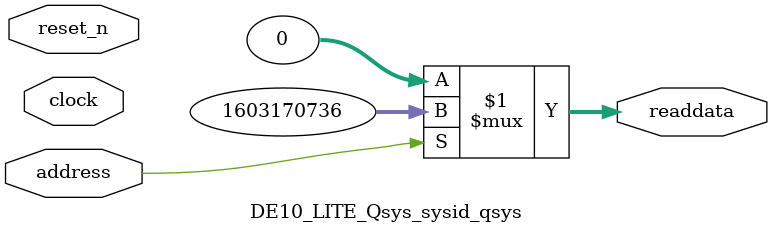
<source format=v>



// synthesis translate_off
`timescale 1ns / 1ps
// synthesis translate_on

// turn off superfluous verilog processor warnings 
// altera message_level Level1 
// altera message_off 10034 10035 10036 10037 10230 10240 10030 

module DE10_LITE_Qsys_sysid_qsys (
               // inputs:
                address,
                clock,
                reset_n,

               // outputs:
                readdata
             )
;

  output  [ 31: 0] readdata;
  input            address;
  input            clock;
  input            reset_n;

  wire    [ 31: 0] readdata;
  //control_slave, which is an e_avalon_slave
  assign readdata = address ? 1603170736 : 0;

endmodule



</source>
